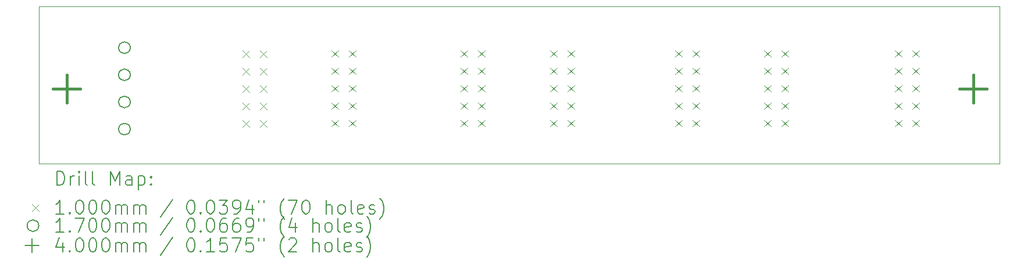
<source format=gbr>
%TF.GenerationSoftware,KiCad,Pcbnew,8.0.4*%
%TF.CreationDate,2024-08-26T11:17:34-06:00*%
%TF.ProjectId,modular-power-board,6d6f6475-6c61-4722-9d70-6f7765722d62,Mk One*%
%TF.SameCoordinates,Original*%
%TF.FileFunction,Drillmap*%
%TF.FilePolarity,Positive*%
%FSLAX45Y45*%
G04 Gerber Fmt 4.5, Leading zero omitted, Abs format (unit mm)*
G04 Created by KiCad (PCBNEW 8.0.4) date 2024-08-26 11:17:34*
%MOMM*%
%LPD*%
G01*
G04 APERTURE LIST*
%ADD10C,0.100000*%
%ADD11C,0.200000*%
%ADD12C,0.170000*%
%ADD13C,0.400000*%
G04 APERTURE END LIST*
D10*
X7098000Y-9052000D02*
X21080000Y-9052000D01*
X21080000Y-11340000D01*
X7098000Y-11340000D01*
X7098000Y-9052000D01*
D11*
D10*
X10056000Y-9694000D02*
X10156000Y-9794000D01*
X10156000Y-9694000D02*
X10056000Y-9794000D01*
X10056000Y-9948000D02*
X10156000Y-10048000D01*
X10156000Y-9948000D02*
X10056000Y-10048000D01*
X10056000Y-10202000D02*
X10156000Y-10302000D01*
X10156000Y-10202000D02*
X10056000Y-10302000D01*
X10056000Y-10456000D02*
X10156000Y-10556000D01*
X10156000Y-10456000D02*
X10056000Y-10556000D01*
X10056000Y-10710000D02*
X10156000Y-10810000D01*
X10156000Y-10710000D02*
X10056000Y-10810000D01*
X10310000Y-9694000D02*
X10410000Y-9794000D01*
X10410000Y-9694000D02*
X10310000Y-9794000D01*
X10310000Y-9948000D02*
X10410000Y-10048000D01*
X10410000Y-9948000D02*
X10310000Y-10048000D01*
X10310000Y-10202000D02*
X10410000Y-10302000D01*
X10410000Y-10202000D02*
X10310000Y-10302000D01*
X10310000Y-10456000D02*
X10410000Y-10556000D01*
X10410000Y-10456000D02*
X10310000Y-10556000D01*
X10310000Y-10710000D02*
X10410000Y-10810000D01*
X10410000Y-10710000D02*
X10310000Y-10810000D01*
X11356000Y-9690000D02*
X11456000Y-9790000D01*
X11456000Y-9690000D02*
X11356000Y-9790000D01*
X11356000Y-9944000D02*
X11456000Y-10044000D01*
X11456000Y-9944000D02*
X11356000Y-10044000D01*
X11356000Y-10198000D02*
X11456000Y-10298000D01*
X11456000Y-10198000D02*
X11356000Y-10298000D01*
X11356000Y-10452000D02*
X11456000Y-10552000D01*
X11456000Y-10452000D02*
X11356000Y-10552000D01*
X11356000Y-10706000D02*
X11456000Y-10806000D01*
X11456000Y-10706000D02*
X11356000Y-10806000D01*
X11610000Y-9690000D02*
X11710000Y-9790000D01*
X11710000Y-9690000D02*
X11610000Y-9790000D01*
X11610000Y-9944000D02*
X11710000Y-10044000D01*
X11710000Y-9944000D02*
X11610000Y-10044000D01*
X11610000Y-10198000D02*
X11710000Y-10298000D01*
X11710000Y-10198000D02*
X11610000Y-10298000D01*
X11610000Y-10452000D02*
X11710000Y-10552000D01*
X11710000Y-10452000D02*
X11610000Y-10552000D01*
X11610000Y-10706000D02*
X11710000Y-10806000D01*
X11710000Y-10706000D02*
X11610000Y-10806000D01*
X13236000Y-9690000D02*
X13336000Y-9790000D01*
X13336000Y-9690000D02*
X13236000Y-9790000D01*
X13236000Y-9944000D02*
X13336000Y-10044000D01*
X13336000Y-9944000D02*
X13236000Y-10044000D01*
X13236000Y-10198000D02*
X13336000Y-10298000D01*
X13336000Y-10198000D02*
X13236000Y-10298000D01*
X13236000Y-10452000D02*
X13336000Y-10552000D01*
X13336000Y-10452000D02*
X13236000Y-10552000D01*
X13236000Y-10706000D02*
X13336000Y-10806000D01*
X13336000Y-10706000D02*
X13236000Y-10806000D01*
X13490000Y-9690000D02*
X13590000Y-9790000D01*
X13590000Y-9690000D02*
X13490000Y-9790000D01*
X13490000Y-9944000D02*
X13590000Y-10044000D01*
X13590000Y-9944000D02*
X13490000Y-10044000D01*
X13490000Y-10198000D02*
X13590000Y-10298000D01*
X13590000Y-10198000D02*
X13490000Y-10298000D01*
X13490000Y-10452000D02*
X13590000Y-10552000D01*
X13590000Y-10452000D02*
X13490000Y-10552000D01*
X13490000Y-10706000D02*
X13590000Y-10806000D01*
X13590000Y-10706000D02*
X13490000Y-10806000D01*
X14536000Y-9690000D02*
X14636000Y-9790000D01*
X14636000Y-9690000D02*
X14536000Y-9790000D01*
X14536000Y-9944000D02*
X14636000Y-10044000D01*
X14636000Y-9944000D02*
X14536000Y-10044000D01*
X14536000Y-10198000D02*
X14636000Y-10298000D01*
X14636000Y-10198000D02*
X14536000Y-10298000D01*
X14536000Y-10452000D02*
X14636000Y-10552000D01*
X14636000Y-10452000D02*
X14536000Y-10552000D01*
X14536000Y-10706000D02*
X14636000Y-10806000D01*
X14636000Y-10706000D02*
X14536000Y-10806000D01*
X14790000Y-9690000D02*
X14890000Y-9790000D01*
X14890000Y-9690000D02*
X14790000Y-9790000D01*
X14790000Y-9944000D02*
X14890000Y-10044000D01*
X14890000Y-9944000D02*
X14790000Y-10044000D01*
X14790000Y-10198000D02*
X14890000Y-10298000D01*
X14890000Y-10198000D02*
X14790000Y-10298000D01*
X14790000Y-10452000D02*
X14890000Y-10552000D01*
X14890000Y-10452000D02*
X14790000Y-10552000D01*
X14790000Y-10706000D02*
X14890000Y-10806000D01*
X14890000Y-10706000D02*
X14790000Y-10806000D01*
X16356000Y-9690000D02*
X16456000Y-9790000D01*
X16456000Y-9690000D02*
X16356000Y-9790000D01*
X16356000Y-9944000D02*
X16456000Y-10044000D01*
X16456000Y-9944000D02*
X16356000Y-10044000D01*
X16356000Y-10198000D02*
X16456000Y-10298000D01*
X16456000Y-10198000D02*
X16356000Y-10298000D01*
X16356000Y-10452000D02*
X16456000Y-10552000D01*
X16456000Y-10452000D02*
X16356000Y-10552000D01*
X16356000Y-10706000D02*
X16456000Y-10806000D01*
X16456000Y-10706000D02*
X16356000Y-10806000D01*
X16610000Y-9690000D02*
X16710000Y-9790000D01*
X16710000Y-9690000D02*
X16610000Y-9790000D01*
X16610000Y-9944000D02*
X16710000Y-10044000D01*
X16710000Y-9944000D02*
X16610000Y-10044000D01*
X16610000Y-10198000D02*
X16710000Y-10298000D01*
X16710000Y-10198000D02*
X16610000Y-10298000D01*
X16610000Y-10452000D02*
X16710000Y-10552000D01*
X16710000Y-10452000D02*
X16610000Y-10552000D01*
X16610000Y-10706000D02*
X16710000Y-10806000D01*
X16710000Y-10706000D02*
X16610000Y-10806000D01*
X17656000Y-9690000D02*
X17756000Y-9790000D01*
X17756000Y-9690000D02*
X17656000Y-9790000D01*
X17656000Y-9944000D02*
X17756000Y-10044000D01*
X17756000Y-9944000D02*
X17656000Y-10044000D01*
X17656000Y-10198000D02*
X17756000Y-10298000D01*
X17756000Y-10198000D02*
X17656000Y-10298000D01*
X17656000Y-10452000D02*
X17756000Y-10552000D01*
X17756000Y-10452000D02*
X17656000Y-10552000D01*
X17656000Y-10706000D02*
X17756000Y-10806000D01*
X17756000Y-10706000D02*
X17656000Y-10806000D01*
X17910000Y-9690000D02*
X18010000Y-9790000D01*
X18010000Y-9690000D02*
X17910000Y-9790000D01*
X17910000Y-9944000D02*
X18010000Y-10044000D01*
X18010000Y-9944000D02*
X17910000Y-10044000D01*
X17910000Y-10198000D02*
X18010000Y-10298000D01*
X18010000Y-10198000D02*
X17910000Y-10298000D01*
X17910000Y-10452000D02*
X18010000Y-10552000D01*
X18010000Y-10452000D02*
X17910000Y-10552000D01*
X17910000Y-10706000D02*
X18010000Y-10806000D01*
X18010000Y-10706000D02*
X17910000Y-10806000D01*
X19556000Y-9690000D02*
X19656000Y-9790000D01*
X19656000Y-9690000D02*
X19556000Y-9790000D01*
X19556000Y-9944000D02*
X19656000Y-10044000D01*
X19656000Y-9944000D02*
X19556000Y-10044000D01*
X19556000Y-10198000D02*
X19656000Y-10298000D01*
X19656000Y-10198000D02*
X19556000Y-10298000D01*
X19556000Y-10452000D02*
X19656000Y-10552000D01*
X19656000Y-10452000D02*
X19556000Y-10552000D01*
X19556000Y-10706000D02*
X19656000Y-10806000D01*
X19656000Y-10706000D02*
X19556000Y-10806000D01*
X19810000Y-9690000D02*
X19910000Y-9790000D01*
X19910000Y-9690000D02*
X19810000Y-9790000D01*
X19810000Y-9944000D02*
X19910000Y-10044000D01*
X19910000Y-9944000D02*
X19810000Y-10044000D01*
X19810000Y-10198000D02*
X19910000Y-10298000D01*
X19910000Y-10198000D02*
X19810000Y-10298000D01*
X19810000Y-10452000D02*
X19910000Y-10552000D01*
X19910000Y-10452000D02*
X19810000Y-10552000D01*
X19810000Y-10706000D02*
X19910000Y-10806000D01*
X19910000Y-10706000D02*
X19810000Y-10806000D01*
D12*
X8425000Y-9652000D02*
G75*
G02*
X8255000Y-9652000I-85000J0D01*
G01*
X8255000Y-9652000D02*
G75*
G02*
X8425000Y-9652000I85000J0D01*
G01*
X8425000Y-10048000D02*
G75*
G02*
X8255000Y-10048000I-85000J0D01*
G01*
X8255000Y-10048000D02*
G75*
G02*
X8425000Y-10048000I85000J0D01*
G01*
X8425000Y-10444000D02*
G75*
G02*
X8255000Y-10444000I-85000J0D01*
G01*
X8255000Y-10444000D02*
G75*
G02*
X8425000Y-10444000I85000J0D01*
G01*
X8425000Y-10840000D02*
G75*
G02*
X8255000Y-10840000I-85000J0D01*
G01*
X8255000Y-10840000D02*
G75*
G02*
X8425000Y-10840000I85000J0D01*
G01*
D13*
X7498000Y-10052000D02*
X7498000Y-10452000D01*
X7298000Y-10252000D02*
X7698000Y-10252000D01*
X20698000Y-10052000D02*
X20698000Y-10452000D01*
X20498000Y-10252000D02*
X20898000Y-10252000D01*
D11*
X7353777Y-11656484D02*
X7353777Y-11456484D01*
X7353777Y-11456484D02*
X7401396Y-11456484D01*
X7401396Y-11456484D02*
X7429967Y-11466008D01*
X7429967Y-11466008D02*
X7449015Y-11485055D01*
X7449015Y-11485055D02*
X7458539Y-11504103D01*
X7458539Y-11504103D02*
X7468062Y-11542198D01*
X7468062Y-11542198D02*
X7468062Y-11570769D01*
X7468062Y-11570769D02*
X7458539Y-11608865D01*
X7458539Y-11608865D02*
X7449015Y-11627912D01*
X7449015Y-11627912D02*
X7429967Y-11646960D01*
X7429967Y-11646960D02*
X7401396Y-11656484D01*
X7401396Y-11656484D02*
X7353777Y-11656484D01*
X7553777Y-11656484D02*
X7553777Y-11523150D01*
X7553777Y-11561246D02*
X7563301Y-11542198D01*
X7563301Y-11542198D02*
X7572824Y-11532674D01*
X7572824Y-11532674D02*
X7591872Y-11523150D01*
X7591872Y-11523150D02*
X7610920Y-11523150D01*
X7677586Y-11656484D02*
X7677586Y-11523150D01*
X7677586Y-11456484D02*
X7668062Y-11466008D01*
X7668062Y-11466008D02*
X7677586Y-11475531D01*
X7677586Y-11475531D02*
X7687110Y-11466008D01*
X7687110Y-11466008D02*
X7677586Y-11456484D01*
X7677586Y-11456484D02*
X7677586Y-11475531D01*
X7801396Y-11656484D02*
X7782348Y-11646960D01*
X7782348Y-11646960D02*
X7772824Y-11627912D01*
X7772824Y-11627912D02*
X7772824Y-11456484D01*
X7906158Y-11656484D02*
X7887110Y-11646960D01*
X7887110Y-11646960D02*
X7877586Y-11627912D01*
X7877586Y-11627912D02*
X7877586Y-11456484D01*
X8134729Y-11656484D02*
X8134729Y-11456484D01*
X8134729Y-11456484D02*
X8201396Y-11599341D01*
X8201396Y-11599341D02*
X8268062Y-11456484D01*
X8268062Y-11456484D02*
X8268062Y-11656484D01*
X8449015Y-11656484D02*
X8449015Y-11551722D01*
X8449015Y-11551722D02*
X8439491Y-11532674D01*
X8439491Y-11532674D02*
X8420444Y-11523150D01*
X8420444Y-11523150D02*
X8382348Y-11523150D01*
X8382348Y-11523150D02*
X8363301Y-11532674D01*
X8449015Y-11646960D02*
X8429967Y-11656484D01*
X8429967Y-11656484D02*
X8382348Y-11656484D01*
X8382348Y-11656484D02*
X8363301Y-11646960D01*
X8363301Y-11646960D02*
X8353777Y-11627912D01*
X8353777Y-11627912D02*
X8353777Y-11608865D01*
X8353777Y-11608865D02*
X8363301Y-11589817D01*
X8363301Y-11589817D02*
X8382348Y-11580293D01*
X8382348Y-11580293D02*
X8429967Y-11580293D01*
X8429967Y-11580293D02*
X8449015Y-11570769D01*
X8544253Y-11523150D02*
X8544253Y-11723150D01*
X8544253Y-11532674D02*
X8563301Y-11523150D01*
X8563301Y-11523150D02*
X8601396Y-11523150D01*
X8601396Y-11523150D02*
X8620444Y-11532674D01*
X8620444Y-11532674D02*
X8629967Y-11542198D01*
X8629967Y-11542198D02*
X8639491Y-11561246D01*
X8639491Y-11561246D02*
X8639491Y-11618388D01*
X8639491Y-11618388D02*
X8629967Y-11637436D01*
X8629967Y-11637436D02*
X8620444Y-11646960D01*
X8620444Y-11646960D02*
X8601396Y-11656484D01*
X8601396Y-11656484D02*
X8563301Y-11656484D01*
X8563301Y-11656484D02*
X8544253Y-11646960D01*
X8725205Y-11637436D02*
X8734729Y-11646960D01*
X8734729Y-11646960D02*
X8725205Y-11656484D01*
X8725205Y-11656484D02*
X8715682Y-11646960D01*
X8715682Y-11646960D02*
X8725205Y-11637436D01*
X8725205Y-11637436D02*
X8725205Y-11656484D01*
X8725205Y-11532674D02*
X8734729Y-11542198D01*
X8734729Y-11542198D02*
X8725205Y-11551722D01*
X8725205Y-11551722D02*
X8715682Y-11542198D01*
X8715682Y-11542198D02*
X8725205Y-11532674D01*
X8725205Y-11532674D02*
X8725205Y-11551722D01*
D10*
X6993000Y-11935000D02*
X7093000Y-12035000D01*
X7093000Y-11935000D02*
X6993000Y-12035000D01*
D11*
X7458539Y-12076484D02*
X7344253Y-12076484D01*
X7401396Y-12076484D02*
X7401396Y-11876484D01*
X7401396Y-11876484D02*
X7382348Y-11905055D01*
X7382348Y-11905055D02*
X7363301Y-11924103D01*
X7363301Y-11924103D02*
X7344253Y-11933627D01*
X7544253Y-12057436D02*
X7553777Y-12066960D01*
X7553777Y-12066960D02*
X7544253Y-12076484D01*
X7544253Y-12076484D02*
X7534729Y-12066960D01*
X7534729Y-12066960D02*
X7544253Y-12057436D01*
X7544253Y-12057436D02*
X7544253Y-12076484D01*
X7677586Y-11876484D02*
X7696634Y-11876484D01*
X7696634Y-11876484D02*
X7715682Y-11886008D01*
X7715682Y-11886008D02*
X7725205Y-11895531D01*
X7725205Y-11895531D02*
X7734729Y-11914579D01*
X7734729Y-11914579D02*
X7744253Y-11952674D01*
X7744253Y-11952674D02*
X7744253Y-12000293D01*
X7744253Y-12000293D02*
X7734729Y-12038388D01*
X7734729Y-12038388D02*
X7725205Y-12057436D01*
X7725205Y-12057436D02*
X7715682Y-12066960D01*
X7715682Y-12066960D02*
X7696634Y-12076484D01*
X7696634Y-12076484D02*
X7677586Y-12076484D01*
X7677586Y-12076484D02*
X7658539Y-12066960D01*
X7658539Y-12066960D02*
X7649015Y-12057436D01*
X7649015Y-12057436D02*
X7639491Y-12038388D01*
X7639491Y-12038388D02*
X7629967Y-12000293D01*
X7629967Y-12000293D02*
X7629967Y-11952674D01*
X7629967Y-11952674D02*
X7639491Y-11914579D01*
X7639491Y-11914579D02*
X7649015Y-11895531D01*
X7649015Y-11895531D02*
X7658539Y-11886008D01*
X7658539Y-11886008D02*
X7677586Y-11876484D01*
X7868062Y-11876484D02*
X7887110Y-11876484D01*
X7887110Y-11876484D02*
X7906158Y-11886008D01*
X7906158Y-11886008D02*
X7915682Y-11895531D01*
X7915682Y-11895531D02*
X7925205Y-11914579D01*
X7925205Y-11914579D02*
X7934729Y-11952674D01*
X7934729Y-11952674D02*
X7934729Y-12000293D01*
X7934729Y-12000293D02*
X7925205Y-12038388D01*
X7925205Y-12038388D02*
X7915682Y-12057436D01*
X7915682Y-12057436D02*
X7906158Y-12066960D01*
X7906158Y-12066960D02*
X7887110Y-12076484D01*
X7887110Y-12076484D02*
X7868062Y-12076484D01*
X7868062Y-12076484D02*
X7849015Y-12066960D01*
X7849015Y-12066960D02*
X7839491Y-12057436D01*
X7839491Y-12057436D02*
X7829967Y-12038388D01*
X7829967Y-12038388D02*
X7820443Y-12000293D01*
X7820443Y-12000293D02*
X7820443Y-11952674D01*
X7820443Y-11952674D02*
X7829967Y-11914579D01*
X7829967Y-11914579D02*
X7839491Y-11895531D01*
X7839491Y-11895531D02*
X7849015Y-11886008D01*
X7849015Y-11886008D02*
X7868062Y-11876484D01*
X8058539Y-11876484D02*
X8077586Y-11876484D01*
X8077586Y-11876484D02*
X8096634Y-11886008D01*
X8096634Y-11886008D02*
X8106158Y-11895531D01*
X8106158Y-11895531D02*
X8115682Y-11914579D01*
X8115682Y-11914579D02*
X8125205Y-11952674D01*
X8125205Y-11952674D02*
X8125205Y-12000293D01*
X8125205Y-12000293D02*
X8115682Y-12038388D01*
X8115682Y-12038388D02*
X8106158Y-12057436D01*
X8106158Y-12057436D02*
X8096634Y-12066960D01*
X8096634Y-12066960D02*
X8077586Y-12076484D01*
X8077586Y-12076484D02*
X8058539Y-12076484D01*
X8058539Y-12076484D02*
X8039491Y-12066960D01*
X8039491Y-12066960D02*
X8029967Y-12057436D01*
X8029967Y-12057436D02*
X8020443Y-12038388D01*
X8020443Y-12038388D02*
X8010920Y-12000293D01*
X8010920Y-12000293D02*
X8010920Y-11952674D01*
X8010920Y-11952674D02*
X8020443Y-11914579D01*
X8020443Y-11914579D02*
X8029967Y-11895531D01*
X8029967Y-11895531D02*
X8039491Y-11886008D01*
X8039491Y-11886008D02*
X8058539Y-11876484D01*
X8210920Y-12076484D02*
X8210920Y-11943150D01*
X8210920Y-11962198D02*
X8220443Y-11952674D01*
X8220443Y-11952674D02*
X8239491Y-11943150D01*
X8239491Y-11943150D02*
X8268063Y-11943150D01*
X8268063Y-11943150D02*
X8287110Y-11952674D01*
X8287110Y-11952674D02*
X8296634Y-11971722D01*
X8296634Y-11971722D02*
X8296634Y-12076484D01*
X8296634Y-11971722D02*
X8306158Y-11952674D01*
X8306158Y-11952674D02*
X8325205Y-11943150D01*
X8325205Y-11943150D02*
X8353777Y-11943150D01*
X8353777Y-11943150D02*
X8372824Y-11952674D01*
X8372824Y-11952674D02*
X8382348Y-11971722D01*
X8382348Y-11971722D02*
X8382348Y-12076484D01*
X8477586Y-12076484D02*
X8477586Y-11943150D01*
X8477586Y-11962198D02*
X8487110Y-11952674D01*
X8487110Y-11952674D02*
X8506158Y-11943150D01*
X8506158Y-11943150D02*
X8534729Y-11943150D01*
X8534729Y-11943150D02*
X8553777Y-11952674D01*
X8553777Y-11952674D02*
X8563301Y-11971722D01*
X8563301Y-11971722D02*
X8563301Y-12076484D01*
X8563301Y-11971722D02*
X8572825Y-11952674D01*
X8572825Y-11952674D02*
X8591872Y-11943150D01*
X8591872Y-11943150D02*
X8620444Y-11943150D01*
X8620444Y-11943150D02*
X8639491Y-11952674D01*
X8639491Y-11952674D02*
X8649015Y-11971722D01*
X8649015Y-11971722D02*
X8649015Y-12076484D01*
X9039491Y-11866960D02*
X8868063Y-12124103D01*
X9296634Y-11876484D02*
X9315682Y-11876484D01*
X9315682Y-11876484D02*
X9334729Y-11886008D01*
X9334729Y-11886008D02*
X9344253Y-11895531D01*
X9344253Y-11895531D02*
X9353777Y-11914579D01*
X9353777Y-11914579D02*
X9363301Y-11952674D01*
X9363301Y-11952674D02*
X9363301Y-12000293D01*
X9363301Y-12000293D02*
X9353777Y-12038388D01*
X9353777Y-12038388D02*
X9344253Y-12057436D01*
X9344253Y-12057436D02*
X9334729Y-12066960D01*
X9334729Y-12066960D02*
X9315682Y-12076484D01*
X9315682Y-12076484D02*
X9296634Y-12076484D01*
X9296634Y-12076484D02*
X9277587Y-12066960D01*
X9277587Y-12066960D02*
X9268063Y-12057436D01*
X9268063Y-12057436D02*
X9258539Y-12038388D01*
X9258539Y-12038388D02*
X9249015Y-12000293D01*
X9249015Y-12000293D02*
X9249015Y-11952674D01*
X9249015Y-11952674D02*
X9258539Y-11914579D01*
X9258539Y-11914579D02*
X9268063Y-11895531D01*
X9268063Y-11895531D02*
X9277587Y-11886008D01*
X9277587Y-11886008D02*
X9296634Y-11876484D01*
X9449015Y-12057436D02*
X9458539Y-12066960D01*
X9458539Y-12066960D02*
X9449015Y-12076484D01*
X9449015Y-12076484D02*
X9439491Y-12066960D01*
X9439491Y-12066960D02*
X9449015Y-12057436D01*
X9449015Y-12057436D02*
X9449015Y-12076484D01*
X9582348Y-11876484D02*
X9601396Y-11876484D01*
X9601396Y-11876484D02*
X9620444Y-11886008D01*
X9620444Y-11886008D02*
X9629968Y-11895531D01*
X9629968Y-11895531D02*
X9639491Y-11914579D01*
X9639491Y-11914579D02*
X9649015Y-11952674D01*
X9649015Y-11952674D02*
X9649015Y-12000293D01*
X9649015Y-12000293D02*
X9639491Y-12038388D01*
X9639491Y-12038388D02*
X9629968Y-12057436D01*
X9629968Y-12057436D02*
X9620444Y-12066960D01*
X9620444Y-12066960D02*
X9601396Y-12076484D01*
X9601396Y-12076484D02*
X9582348Y-12076484D01*
X9582348Y-12076484D02*
X9563301Y-12066960D01*
X9563301Y-12066960D02*
X9553777Y-12057436D01*
X9553777Y-12057436D02*
X9544253Y-12038388D01*
X9544253Y-12038388D02*
X9534729Y-12000293D01*
X9534729Y-12000293D02*
X9534729Y-11952674D01*
X9534729Y-11952674D02*
X9544253Y-11914579D01*
X9544253Y-11914579D02*
X9553777Y-11895531D01*
X9553777Y-11895531D02*
X9563301Y-11886008D01*
X9563301Y-11886008D02*
X9582348Y-11876484D01*
X9715682Y-11876484D02*
X9839491Y-11876484D01*
X9839491Y-11876484D02*
X9772825Y-11952674D01*
X9772825Y-11952674D02*
X9801396Y-11952674D01*
X9801396Y-11952674D02*
X9820444Y-11962198D01*
X9820444Y-11962198D02*
X9829968Y-11971722D01*
X9829968Y-11971722D02*
X9839491Y-11990769D01*
X9839491Y-11990769D02*
X9839491Y-12038388D01*
X9839491Y-12038388D02*
X9829968Y-12057436D01*
X9829968Y-12057436D02*
X9820444Y-12066960D01*
X9820444Y-12066960D02*
X9801396Y-12076484D01*
X9801396Y-12076484D02*
X9744253Y-12076484D01*
X9744253Y-12076484D02*
X9725206Y-12066960D01*
X9725206Y-12066960D02*
X9715682Y-12057436D01*
X9934729Y-12076484D02*
X9972825Y-12076484D01*
X9972825Y-12076484D02*
X9991872Y-12066960D01*
X9991872Y-12066960D02*
X10001396Y-12057436D01*
X10001396Y-12057436D02*
X10020444Y-12028865D01*
X10020444Y-12028865D02*
X10029968Y-11990769D01*
X10029968Y-11990769D02*
X10029968Y-11914579D01*
X10029968Y-11914579D02*
X10020444Y-11895531D01*
X10020444Y-11895531D02*
X10010920Y-11886008D01*
X10010920Y-11886008D02*
X9991872Y-11876484D01*
X9991872Y-11876484D02*
X9953777Y-11876484D01*
X9953777Y-11876484D02*
X9934729Y-11886008D01*
X9934729Y-11886008D02*
X9925206Y-11895531D01*
X9925206Y-11895531D02*
X9915682Y-11914579D01*
X9915682Y-11914579D02*
X9915682Y-11962198D01*
X9915682Y-11962198D02*
X9925206Y-11981246D01*
X9925206Y-11981246D02*
X9934729Y-11990769D01*
X9934729Y-11990769D02*
X9953777Y-12000293D01*
X9953777Y-12000293D02*
X9991872Y-12000293D01*
X9991872Y-12000293D02*
X10010920Y-11990769D01*
X10010920Y-11990769D02*
X10020444Y-11981246D01*
X10020444Y-11981246D02*
X10029968Y-11962198D01*
X10201396Y-11943150D02*
X10201396Y-12076484D01*
X10153777Y-11866960D02*
X10106158Y-12009817D01*
X10106158Y-12009817D02*
X10229968Y-12009817D01*
X10296634Y-11876484D02*
X10296634Y-11914579D01*
X10372825Y-11876484D02*
X10372825Y-11914579D01*
X10668063Y-12152674D02*
X10658539Y-12143150D01*
X10658539Y-12143150D02*
X10639491Y-12114579D01*
X10639491Y-12114579D02*
X10629968Y-12095531D01*
X10629968Y-12095531D02*
X10620444Y-12066960D01*
X10620444Y-12066960D02*
X10610920Y-12019341D01*
X10610920Y-12019341D02*
X10610920Y-11981246D01*
X10610920Y-11981246D02*
X10620444Y-11933627D01*
X10620444Y-11933627D02*
X10629968Y-11905055D01*
X10629968Y-11905055D02*
X10639491Y-11886008D01*
X10639491Y-11886008D02*
X10658539Y-11857436D01*
X10658539Y-11857436D02*
X10668063Y-11847912D01*
X10725206Y-11876484D02*
X10858539Y-11876484D01*
X10858539Y-11876484D02*
X10772825Y-12076484D01*
X10972825Y-11876484D02*
X10991872Y-11876484D01*
X10991872Y-11876484D02*
X11010920Y-11886008D01*
X11010920Y-11886008D02*
X11020444Y-11895531D01*
X11020444Y-11895531D02*
X11029968Y-11914579D01*
X11029968Y-11914579D02*
X11039491Y-11952674D01*
X11039491Y-11952674D02*
X11039491Y-12000293D01*
X11039491Y-12000293D02*
X11029968Y-12038388D01*
X11029968Y-12038388D02*
X11020444Y-12057436D01*
X11020444Y-12057436D02*
X11010920Y-12066960D01*
X11010920Y-12066960D02*
X10991872Y-12076484D01*
X10991872Y-12076484D02*
X10972825Y-12076484D01*
X10972825Y-12076484D02*
X10953777Y-12066960D01*
X10953777Y-12066960D02*
X10944253Y-12057436D01*
X10944253Y-12057436D02*
X10934730Y-12038388D01*
X10934730Y-12038388D02*
X10925206Y-12000293D01*
X10925206Y-12000293D02*
X10925206Y-11952674D01*
X10925206Y-11952674D02*
X10934730Y-11914579D01*
X10934730Y-11914579D02*
X10944253Y-11895531D01*
X10944253Y-11895531D02*
X10953777Y-11886008D01*
X10953777Y-11886008D02*
X10972825Y-11876484D01*
X11277587Y-12076484D02*
X11277587Y-11876484D01*
X11363301Y-12076484D02*
X11363301Y-11971722D01*
X11363301Y-11971722D02*
X11353777Y-11952674D01*
X11353777Y-11952674D02*
X11334730Y-11943150D01*
X11334730Y-11943150D02*
X11306158Y-11943150D01*
X11306158Y-11943150D02*
X11287110Y-11952674D01*
X11287110Y-11952674D02*
X11277587Y-11962198D01*
X11487110Y-12076484D02*
X11468063Y-12066960D01*
X11468063Y-12066960D02*
X11458539Y-12057436D01*
X11458539Y-12057436D02*
X11449015Y-12038388D01*
X11449015Y-12038388D02*
X11449015Y-11981246D01*
X11449015Y-11981246D02*
X11458539Y-11962198D01*
X11458539Y-11962198D02*
X11468063Y-11952674D01*
X11468063Y-11952674D02*
X11487110Y-11943150D01*
X11487110Y-11943150D02*
X11515682Y-11943150D01*
X11515682Y-11943150D02*
X11534730Y-11952674D01*
X11534730Y-11952674D02*
X11544253Y-11962198D01*
X11544253Y-11962198D02*
X11553777Y-11981246D01*
X11553777Y-11981246D02*
X11553777Y-12038388D01*
X11553777Y-12038388D02*
X11544253Y-12057436D01*
X11544253Y-12057436D02*
X11534730Y-12066960D01*
X11534730Y-12066960D02*
X11515682Y-12076484D01*
X11515682Y-12076484D02*
X11487110Y-12076484D01*
X11668063Y-12076484D02*
X11649015Y-12066960D01*
X11649015Y-12066960D02*
X11639491Y-12047912D01*
X11639491Y-12047912D02*
X11639491Y-11876484D01*
X11820444Y-12066960D02*
X11801396Y-12076484D01*
X11801396Y-12076484D02*
X11763301Y-12076484D01*
X11763301Y-12076484D02*
X11744253Y-12066960D01*
X11744253Y-12066960D02*
X11734730Y-12047912D01*
X11734730Y-12047912D02*
X11734730Y-11971722D01*
X11734730Y-11971722D02*
X11744253Y-11952674D01*
X11744253Y-11952674D02*
X11763301Y-11943150D01*
X11763301Y-11943150D02*
X11801396Y-11943150D01*
X11801396Y-11943150D02*
X11820444Y-11952674D01*
X11820444Y-11952674D02*
X11829968Y-11971722D01*
X11829968Y-11971722D02*
X11829968Y-11990769D01*
X11829968Y-11990769D02*
X11734730Y-12009817D01*
X11906158Y-12066960D02*
X11925206Y-12076484D01*
X11925206Y-12076484D02*
X11963301Y-12076484D01*
X11963301Y-12076484D02*
X11982349Y-12066960D01*
X11982349Y-12066960D02*
X11991872Y-12047912D01*
X11991872Y-12047912D02*
X11991872Y-12038388D01*
X11991872Y-12038388D02*
X11982349Y-12019341D01*
X11982349Y-12019341D02*
X11963301Y-12009817D01*
X11963301Y-12009817D02*
X11934730Y-12009817D01*
X11934730Y-12009817D02*
X11915682Y-12000293D01*
X11915682Y-12000293D02*
X11906158Y-11981246D01*
X11906158Y-11981246D02*
X11906158Y-11971722D01*
X11906158Y-11971722D02*
X11915682Y-11952674D01*
X11915682Y-11952674D02*
X11934730Y-11943150D01*
X11934730Y-11943150D02*
X11963301Y-11943150D01*
X11963301Y-11943150D02*
X11982349Y-11952674D01*
X12058539Y-12152674D02*
X12068063Y-12143150D01*
X12068063Y-12143150D02*
X12087111Y-12114579D01*
X12087111Y-12114579D02*
X12096634Y-12095531D01*
X12096634Y-12095531D02*
X12106158Y-12066960D01*
X12106158Y-12066960D02*
X12115682Y-12019341D01*
X12115682Y-12019341D02*
X12115682Y-11981246D01*
X12115682Y-11981246D02*
X12106158Y-11933627D01*
X12106158Y-11933627D02*
X12096634Y-11905055D01*
X12096634Y-11905055D02*
X12087111Y-11886008D01*
X12087111Y-11886008D02*
X12068063Y-11857436D01*
X12068063Y-11857436D02*
X12058539Y-11847912D01*
D12*
X7093000Y-12249000D02*
G75*
G02*
X6923000Y-12249000I-85000J0D01*
G01*
X6923000Y-12249000D02*
G75*
G02*
X7093000Y-12249000I85000J0D01*
G01*
D11*
X7458539Y-12340484D02*
X7344253Y-12340484D01*
X7401396Y-12340484D02*
X7401396Y-12140484D01*
X7401396Y-12140484D02*
X7382348Y-12169055D01*
X7382348Y-12169055D02*
X7363301Y-12188103D01*
X7363301Y-12188103D02*
X7344253Y-12197627D01*
X7544253Y-12321436D02*
X7553777Y-12330960D01*
X7553777Y-12330960D02*
X7544253Y-12340484D01*
X7544253Y-12340484D02*
X7534729Y-12330960D01*
X7534729Y-12330960D02*
X7544253Y-12321436D01*
X7544253Y-12321436D02*
X7544253Y-12340484D01*
X7620443Y-12140484D02*
X7753777Y-12140484D01*
X7753777Y-12140484D02*
X7668062Y-12340484D01*
X7868062Y-12140484D02*
X7887110Y-12140484D01*
X7887110Y-12140484D02*
X7906158Y-12150008D01*
X7906158Y-12150008D02*
X7915682Y-12159531D01*
X7915682Y-12159531D02*
X7925205Y-12178579D01*
X7925205Y-12178579D02*
X7934729Y-12216674D01*
X7934729Y-12216674D02*
X7934729Y-12264293D01*
X7934729Y-12264293D02*
X7925205Y-12302388D01*
X7925205Y-12302388D02*
X7915682Y-12321436D01*
X7915682Y-12321436D02*
X7906158Y-12330960D01*
X7906158Y-12330960D02*
X7887110Y-12340484D01*
X7887110Y-12340484D02*
X7868062Y-12340484D01*
X7868062Y-12340484D02*
X7849015Y-12330960D01*
X7849015Y-12330960D02*
X7839491Y-12321436D01*
X7839491Y-12321436D02*
X7829967Y-12302388D01*
X7829967Y-12302388D02*
X7820443Y-12264293D01*
X7820443Y-12264293D02*
X7820443Y-12216674D01*
X7820443Y-12216674D02*
X7829967Y-12178579D01*
X7829967Y-12178579D02*
X7839491Y-12159531D01*
X7839491Y-12159531D02*
X7849015Y-12150008D01*
X7849015Y-12150008D02*
X7868062Y-12140484D01*
X8058539Y-12140484D02*
X8077586Y-12140484D01*
X8077586Y-12140484D02*
X8096634Y-12150008D01*
X8096634Y-12150008D02*
X8106158Y-12159531D01*
X8106158Y-12159531D02*
X8115682Y-12178579D01*
X8115682Y-12178579D02*
X8125205Y-12216674D01*
X8125205Y-12216674D02*
X8125205Y-12264293D01*
X8125205Y-12264293D02*
X8115682Y-12302388D01*
X8115682Y-12302388D02*
X8106158Y-12321436D01*
X8106158Y-12321436D02*
X8096634Y-12330960D01*
X8096634Y-12330960D02*
X8077586Y-12340484D01*
X8077586Y-12340484D02*
X8058539Y-12340484D01*
X8058539Y-12340484D02*
X8039491Y-12330960D01*
X8039491Y-12330960D02*
X8029967Y-12321436D01*
X8029967Y-12321436D02*
X8020443Y-12302388D01*
X8020443Y-12302388D02*
X8010920Y-12264293D01*
X8010920Y-12264293D02*
X8010920Y-12216674D01*
X8010920Y-12216674D02*
X8020443Y-12178579D01*
X8020443Y-12178579D02*
X8029967Y-12159531D01*
X8029967Y-12159531D02*
X8039491Y-12150008D01*
X8039491Y-12150008D02*
X8058539Y-12140484D01*
X8210920Y-12340484D02*
X8210920Y-12207150D01*
X8210920Y-12226198D02*
X8220443Y-12216674D01*
X8220443Y-12216674D02*
X8239491Y-12207150D01*
X8239491Y-12207150D02*
X8268063Y-12207150D01*
X8268063Y-12207150D02*
X8287110Y-12216674D01*
X8287110Y-12216674D02*
X8296634Y-12235722D01*
X8296634Y-12235722D02*
X8296634Y-12340484D01*
X8296634Y-12235722D02*
X8306158Y-12216674D01*
X8306158Y-12216674D02*
X8325205Y-12207150D01*
X8325205Y-12207150D02*
X8353777Y-12207150D01*
X8353777Y-12207150D02*
X8372824Y-12216674D01*
X8372824Y-12216674D02*
X8382348Y-12235722D01*
X8382348Y-12235722D02*
X8382348Y-12340484D01*
X8477586Y-12340484D02*
X8477586Y-12207150D01*
X8477586Y-12226198D02*
X8487110Y-12216674D01*
X8487110Y-12216674D02*
X8506158Y-12207150D01*
X8506158Y-12207150D02*
X8534729Y-12207150D01*
X8534729Y-12207150D02*
X8553777Y-12216674D01*
X8553777Y-12216674D02*
X8563301Y-12235722D01*
X8563301Y-12235722D02*
X8563301Y-12340484D01*
X8563301Y-12235722D02*
X8572825Y-12216674D01*
X8572825Y-12216674D02*
X8591872Y-12207150D01*
X8591872Y-12207150D02*
X8620444Y-12207150D01*
X8620444Y-12207150D02*
X8639491Y-12216674D01*
X8639491Y-12216674D02*
X8649015Y-12235722D01*
X8649015Y-12235722D02*
X8649015Y-12340484D01*
X9039491Y-12130960D02*
X8868063Y-12388103D01*
X9296634Y-12140484D02*
X9315682Y-12140484D01*
X9315682Y-12140484D02*
X9334729Y-12150008D01*
X9334729Y-12150008D02*
X9344253Y-12159531D01*
X9344253Y-12159531D02*
X9353777Y-12178579D01*
X9353777Y-12178579D02*
X9363301Y-12216674D01*
X9363301Y-12216674D02*
X9363301Y-12264293D01*
X9363301Y-12264293D02*
X9353777Y-12302388D01*
X9353777Y-12302388D02*
X9344253Y-12321436D01*
X9344253Y-12321436D02*
X9334729Y-12330960D01*
X9334729Y-12330960D02*
X9315682Y-12340484D01*
X9315682Y-12340484D02*
X9296634Y-12340484D01*
X9296634Y-12340484D02*
X9277587Y-12330960D01*
X9277587Y-12330960D02*
X9268063Y-12321436D01*
X9268063Y-12321436D02*
X9258539Y-12302388D01*
X9258539Y-12302388D02*
X9249015Y-12264293D01*
X9249015Y-12264293D02*
X9249015Y-12216674D01*
X9249015Y-12216674D02*
X9258539Y-12178579D01*
X9258539Y-12178579D02*
X9268063Y-12159531D01*
X9268063Y-12159531D02*
X9277587Y-12150008D01*
X9277587Y-12150008D02*
X9296634Y-12140484D01*
X9449015Y-12321436D02*
X9458539Y-12330960D01*
X9458539Y-12330960D02*
X9449015Y-12340484D01*
X9449015Y-12340484D02*
X9439491Y-12330960D01*
X9439491Y-12330960D02*
X9449015Y-12321436D01*
X9449015Y-12321436D02*
X9449015Y-12340484D01*
X9582348Y-12140484D02*
X9601396Y-12140484D01*
X9601396Y-12140484D02*
X9620444Y-12150008D01*
X9620444Y-12150008D02*
X9629968Y-12159531D01*
X9629968Y-12159531D02*
X9639491Y-12178579D01*
X9639491Y-12178579D02*
X9649015Y-12216674D01*
X9649015Y-12216674D02*
X9649015Y-12264293D01*
X9649015Y-12264293D02*
X9639491Y-12302388D01*
X9639491Y-12302388D02*
X9629968Y-12321436D01*
X9629968Y-12321436D02*
X9620444Y-12330960D01*
X9620444Y-12330960D02*
X9601396Y-12340484D01*
X9601396Y-12340484D02*
X9582348Y-12340484D01*
X9582348Y-12340484D02*
X9563301Y-12330960D01*
X9563301Y-12330960D02*
X9553777Y-12321436D01*
X9553777Y-12321436D02*
X9544253Y-12302388D01*
X9544253Y-12302388D02*
X9534729Y-12264293D01*
X9534729Y-12264293D02*
X9534729Y-12216674D01*
X9534729Y-12216674D02*
X9544253Y-12178579D01*
X9544253Y-12178579D02*
X9553777Y-12159531D01*
X9553777Y-12159531D02*
X9563301Y-12150008D01*
X9563301Y-12150008D02*
X9582348Y-12140484D01*
X9820444Y-12140484D02*
X9782348Y-12140484D01*
X9782348Y-12140484D02*
X9763301Y-12150008D01*
X9763301Y-12150008D02*
X9753777Y-12159531D01*
X9753777Y-12159531D02*
X9734729Y-12188103D01*
X9734729Y-12188103D02*
X9725206Y-12226198D01*
X9725206Y-12226198D02*
X9725206Y-12302388D01*
X9725206Y-12302388D02*
X9734729Y-12321436D01*
X9734729Y-12321436D02*
X9744253Y-12330960D01*
X9744253Y-12330960D02*
X9763301Y-12340484D01*
X9763301Y-12340484D02*
X9801396Y-12340484D01*
X9801396Y-12340484D02*
X9820444Y-12330960D01*
X9820444Y-12330960D02*
X9829968Y-12321436D01*
X9829968Y-12321436D02*
X9839491Y-12302388D01*
X9839491Y-12302388D02*
X9839491Y-12254769D01*
X9839491Y-12254769D02*
X9829968Y-12235722D01*
X9829968Y-12235722D02*
X9820444Y-12226198D01*
X9820444Y-12226198D02*
X9801396Y-12216674D01*
X9801396Y-12216674D02*
X9763301Y-12216674D01*
X9763301Y-12216674D02*
X9744253Y-12226198D01*
X9744253Y-12226198D02*
X9734729Y-12235722D01*
X9734729Y-12235722D02*
X9725206Y-12254769D01*
X10010920Y-12140484D02*
X9972825Y-12140484D01*
X9972825Y-12140484D02*
X9953777Y-12150008D01*
X9953777Y-12150008D02*
X9944253Y-12159531D01*
X9944253Y-12159531D02*
X9925206Y-12188103D01*
X9925206Y-12188103D02*
X9915682Y-12226198D01*
X9915682Y-12226198D02*
X9915682Y-12302388D01*
X9915682Y-12302388D02*
X9925206Y-12321436D01*
X9925206Y-12321436D02*
X9934729Y-12330960D01*
X9934729Y-12330960D02*
X9953777Y-12340484D01*
X9953777Y-12340484D02*
X9991872Y-12340484D01*
X9991872Y-12340484D02*
X10010920Y-12330960D01*
X10010920Y-12330960D02*
X10020444Y-12321436D01*
X10020444Y-12321436D02*
X10029968Y-12302388D01*
X10029968Y-12302388D02*
X10029968Y-12254769D01*
X10029968Y-12254769D02*
X10020444Y-12235722D01*
X10020444Y-12235722D02*
X10010920Y-12226198D01*
X10010920Y-12226198D02*
X9991872Y-12216674D01*
X9991872Y-12216674D02*
X9953777Y-12216674D01*
X9953777Y-12216674D02*
X9934729Y-12226198D01*
X9934729Y-12226198D02*
X9925206Y-12235722D01*
X9925206Y-12235722D02*
X9915682Y-12254769D01*
X10125206Y-12340484D02*
X10163301Y-12340484D01*
X10163301Y-12340484D02*
X10182349Y-12330960D01*
X10182349Y-12330960D02*
X10191872Y-12321436D01*
X10191872Y-12321436D02*
X10210920Y-12292865D01*
X10210920Y-12292865D02*
X10220444Y-12254769D01*
X10220444Y-12254769D02*
X10220444Y-12178579D01*
X10220444Y-12178579D02*
X10210920Y-12159531D01*
X10210920Y-12159531D02*
X10201396Y-12150008D01*
X10201396Y-12150008D02*
X10182349Y-12140484D01*
X10182349Y-12140484D02*
X10144253Y-12140484D01*
X10144253Y-12140484D02*
X10125206Y-12150008D01*
X10125206Y-12150008D02*
X10115682Y-12159531D01*
X10115682Y-12159531D02*
X10106158Y-12178579D01*
X10106158Y-12178579D02*
X10106158Y-12226198D01*
X10106158Y-12226198D02*
X10115682Y-12245246D01*
X10115682Y-12245246D02*
X10125206Y-12254769D01*
X10125206Y-12254769D02*
X10144253Y-12264293D01*
X10144253Y-12264293D02*
X10182349Y-12264293D01*
X10182349Y-12264293D02*
X10201396Y-12254769D01*
X10201396Y-12254769D02*
X10210920Y-12245246D01*
X10210920Y-12245246D02*
X10220444Y-12226198D01*
X10296634Y-12140484D02*
X10296634Y-12178579D01*
X10372825Y-12140484D02*
X10372825Y-12178579D01*
X10668063Y-12416674D02*
X10658539Y-12407150D01*
X10658539Y-12407150D02*
X10639491Y-12378579D01*
X10639491Y-12378579D02*
X10629968Y-12359531D01*
X10629968Y-12359531D02*
X10620444Y-12330960D01*
X10620444Y-12330960D02*
X10610920Y-12283341D01*
X10610920Y-12283341D02*
X10610920Y-12245246D01*
X10610920Y-12245246D02*
X10620444Y-12197627D01*
X10620444Y-12197627D02*
X10629968Y-12169055D01*
X10629968Y-12169055D02*
X10639491Y-12150008D01*
X10639491Y-12150008D02*
X10658539Y-12121436D01*
X10658539Y-12121436D02*
X10668063Y-12111912D01*
X10829968Y-12207150D02*
X10829968Y-12340484D01*
X10782349Y-12130960D02*
X10734730Y-12273817D01*
X10734730Y-12273817D02*
X10858539Y-12273817D01*
X11087111Y-12340484D02*
X11087111Y-12140484D01*
X11172825Y-12340484D02*
X11172825Y-12235722D01*
X11172825Y-12235722D02*
X11163301Y-12216674D01*
X11163301Y-12216674D02*
X11144253Y-12207150D01*
X11144253Y-12207150D02*
X11115682Y-12207150D01*
X11115682Y-12207150D02*
X11096634Y-12216674D01*
X11096634Y-12216674D02*
X11087111Y-12226198D01*
X11296634Y-12340484D02*
X11277587Y-12330960D01*
X11277587Y-12330960D02*
X11268063Y-12321436D01*
X11268063Y-12321436D02*
X11258539Y-12302388D01*
X11258539Y-12302388D02*
X11258539Y-12245246D01*
X11258539Y-12245246D02*
X11268063Y-12226198D01*
X11268063Y-12226198D02*
X11277587Y-12216674D01*
X11277587Y-12216674D02*
X11296634Y-12207150D01*
X11296634Y-12207150D02*
X11325206Y-12207150D01*
X11325206Y-12207150D02*
X11344253Y-12216674D01*
X11344253Y-12216674D02*
X11353777Y-12226198D01*
X11353777Y-12226198D02*
X11363301Y-12245246D01*
X11363301Y-12245246D02*
X11363301Y-12302388D01*
X11363301Y-12302388D02*
X11353777Y-12321436D01*
X11353777Y-12321436D02*
X11344253Y-12330960D01*
X11344253Y-12330960D02*
X11325206Y-12340484D01*
X11325206Y-12340484D02*
X11296634Y-12340484D01*
X11477587Y-12340484D02*
X11458539Y-12330960D01*
X11458539Y-12330960D02*
X11449015Y-12311912D01*
X11449015Y-12311912D02*
X11449015Y-12140484D01*
X11629968Y-12330960D02*
X11610920Y-12340484D01*
X11610920Y-12340484D02*
X11572825Y-12340484D01*
X11572825Y-12340484D02*
X11553777Y-12330960D01*
X11553777Y-12330960D02*
X11544253Y-12311912D01*
X11544253Y-12311912D02*
X11544253Y-12235722D01*
X11544253Y-12235722D02*
X11553777Y-12216674D01*
X11553777Y-12216674D02*
X11572825Y-12207150D01*
X11572825Y-12207150D02*
X11610920Y-12207150D01*
X11610920Y-12207150D02*
X11629968Y-12216674D01*
X11629968Y-12216674D02*
X11639491Y-12235722D01*
X11639491Y-12235722D02*
X11639491Y-12254769D01*
X11639491Y-12254769D02*
X11544253Y-12273817D01*
X11715682Y-12330960D02*
X11734730Y-12340484D01*
X11734730Y-12340484D02*
X11772825Y-12340484D01*
X11772825Y-12340484D02*
X11791872Y-12330960D01*
X11791872Y-12330960D02*
X11801396Y-12311912D01*
X11801396Y-12311912D02*
X11801396Y-12302388D01*
X11801396Y-12302388D02*
X11791872Y-12283341D01*
X11791872Y-12283341D02*
X11772825Y-12273817D01*
X11772825Y-12273817D02*
X11744253Y-12273817D01*
X11744253Y-12273817D02*
X11725206Y-12264293D01*
X11725206Y-12264293D02*
X11715682Y-12245246D01*
X11715682Y-12245246D02*
X11715682Y-12235722D01*
X11715682Y-12235722D02*
X11725206Y-12216674D01*
X11725206Y-12216674D02*
X11744253Y-12207150D01*
X11744253Y-12207150D02*
X11772825Y-12207150D01*
X11772825Y-12207150D02*
X11791872Y-12216674D01*
X11868063Y-12416674D02*
X11877587Y-12407150D01*
X11877587Y-12407150D02*
X11896634Y-12378579D01*
X11896634Y-12378579D02*
X11906158Y-12359531D01*
X11906158Y-12359531D02*
X11915682Y-12330960D01*
X11915682Y-12330960D02*
X11925206Y-12283341D01*
X11925206Y-12283341D02*
X11925206Y-12245246D01*
X11925206Y-12245246D02*
X11915682Y-12197627D01*
X11915682Y-12197627D02*
X11906158Y-12169055D01*
X11906158Y-12169055D02*
X11896634Y-12150008D01*
X11896634Y-12150008D02*
X11877587Y-12121436D01*
X11877587Y-12121436D02*
X11868063Y-12111912D01*
X6993000Y-12439000D02*
X6993000Y-12639000D01*
X6893000Y-12539000D02*
X7093000Y-12539000D01*
X7439491Y-12497150D02*
X7439491Y-12630484D01*
X7391872Y-12420960D02*
X7344253Y-12563817D01*
X7344253Y-12563817D02*
X7468062Y-12563817D01*
X7544253Y-12611436D02*
X7553777Y-12620960D01*
X7553777Y-12620960D02*
X7544253Y-12630484D01*
X7544253Y-12630484D02*
X7534729Y-12620960D01*
X7534729Y-12620960D02*
X7544253Y-12611436D01*
X7544253Y-12611436D02*
X7544253Y-12630484D01*
X7677586Y-12430484D02*
X7696634Y-12430484D01*
X7696634Y-12430484D02*
X7715682Y-12440008D01*
X7715682Y-12440008D02*
X7725205Y-12449531D01*
X7725205Y-12449531D02*
X7734729Y-12468579D01*
X7734729Y-12468579D02*
X7744253Y-12506674D01*
X7744253Y-12506674D02*
X7744253Y-12554293D01*
X7744253Y-12554293D02*
X7734729Y-12592388D01*
X7734729Y-12592388D02*
X7725205Y-12611436D01*
X7725205Y-12611436D02*
X7715682Y-12620960D01*
X7715682Y-12620960D02*
X7696634Y-12630484D01*
X7696634Y-12630484D02*
X7677586Y-12630484D01*
X7677586Y-12630484D02*
X7658539Y-12620960D01*
X7658539Y-12620960D02*
X7649015Y-12611436D01*
X7649015Y-12611436D02*
X7639491Y-12592388D01*
X7639491Y-12592388D02*
X7629967Y-12554293D01*
X7629967Y-12554293D02*
X7629967Y-12506674D01*
X7629967Y-12506674D02*
X7639491Y-12468579D01*
X7639491Y-12468579D02*
X7649015Y-12449531D01*
X7649015Y-12449531D02*
X7658539Y-12440008D01*
X7658539Y-12440008D02*
X7677586Y-12430484D01*
X7868062Y-12430484D02*
X7887110Y-12430484D01*
X7887110Y-12430484D02*
X7906158Y-12440008D01*
X7906158Y-12440008D02*
X7915682Y-12449531D01*
X7915682Y-12449531D02*
X7925205Y-12468579D01*
X7925205Y-12468579D02*
X7934729Y-12506674D01*
X7934729Y-12506674D02*
X7934729Y-12554293D01*
X7934729Y-12554293D02*
X7925205Y-12592388D01*
X7925205Y-12592388D02*
X7915682Y-12611436D01*
X7915682Y-12611436D02*
X7906158Y-12620960D01*
X7906158Y-12620960D02*
X7887110Y-12630484D01*
X7887110Y-12630484D02*
X7868062Y-12630484D01*
X7868062Y-12630484D02*
X7849015Y-12620960D01*
X7849015Y-12620960D02*
X7839491Y-12611436D01*
X7839491Y-12611436D02*
X7829967Y-12592388D01*
X7829967Y-12592388D02*
X7820443Y-12554293D01*
X7820443Y-12554293D02*
X7820443Y-12506674D01*
X7820443Y-12506674D02*
X7829967Y-12468579D01*
X7829967Y-12468579D02*
X7839491Y-12449531D01*
X7839491Y-12449531D02*
X7849015Y-12440008D01*
X7849015Y-12440008D02*
X7868062Y-12430484D01*
X8058539Y-12430484D02*
X8077586Y-12430484D01*
X8077586Y-12430484D02*
X8096634Y-12440008D01*
X8096634Y-12440008D02*
X8106158Y-12449531D01*
X8106158Y-12449531D02*
X8115682Y-12468579D01*
X8115682Y-12468579D02*
X8125205Y-12506674D01*
X8125205Y-12506674D02*
X8125205Y-12554293D01*
X8125205Y-12554293D02*
X8115682Y-12592388D01*
X8115682Y-12592388D02*
X8106158Y-12611436D01*
X8106158Y-12611436D02*
X8096634Y-12620960D01*
X8096634Y-12620960D02*
X8077586Y-12630484D01*
X8077586Y-12630484D02*
X8058539Y-12630484D01*
X8058539Y-12630484D02*
X8039491Y-12620960D01*
X8039491Y-12620960D02*
X8029967Y-12611436D01*
X8029967Y-12611436D02*
X8020443Y-12592388D01*
X8020443Y-12592388D02*
X8010920Y-12554293D01*
X8010920Y-12554293D02*
X8010920Y-12506674D01*
X8010920Y-12506674D02*
X8020443Y-12468579D01*
X8020443Y-12468579D02*
X8029967Y-12449531D01*
X8029967Y-12449531D02*
X8039491Y-12440008D01*
X8039491Y-12440008D02*
X8058539Y-12430484D01*
X8210920Y-12630484D02*
X8210920Y-12497150D01*
X8210920Y-12516198D02*
X8220443Y-12506674D01*
X8220443Y-12506674D02*
X8239491Y-12497150D01*
X8239491Y-12497150D02*
X8268063Y-12497150D01*
X8268063Y-12497150D02*
X8287110Y-12506674D01*
X8287110Y-12506674D02*
X8296634Y-12525722D01*
X8296634Y-12525722D02*
X8296634Y-12630484D01*
X8296634Y-12525722D02*
X8306158Y-12506674D01*
X8306158Y-12506674D02*
X8325205Y-12497150D01*
X8325205Y-12497150D02*
X8353777Y-12497150D01*
X8353777Y-12497150D02*
X8372824Y-12506674D01*
X8372824Y-12506674D02*
X8382348Y-12525722D01*
X8382348Y-12525722D02*
X8382348Y-12630484D01*
X8477586Y-12630484D02*
X8477586Y-12497150D01*
X8477586Y-12516198D02*
X8487110Y-12506674D01*
X8487110Y-12506674D02*
X8506158Y-12497150D01*
X8506158Y-12497150D02*
X8534729Y-12497150D01*
X8534729Y-12497150D02*
X8553777Y-12506674D01*
X8553777Y-12506674D02*
X8563301Y-12525722D01*
X8563301Y-12525722D02*
X8563301Y-12630484D01*
X8563301Y-12525722D02*
X8572825Y-12506674D01*
X8572825Y-12506674D02*
X8591872Y-12497150D01*
X8591872Y-12497150D02*
X8620444Y-12497150D01*
X8620444Y-12497150D02*
X8639491Y-12506674D01*
X8639491Y-12506674D02*
X8649015Y-12525722D01*
X8649015Y-12525722D02*
X8649015Y-12630484D01*
X9039491Y-12420960D02*
X8868063Y-12678103D01*
X9296634Y-12430484D02*
X9315682Y-12430484D01*
X9315682Y-12430484D02*
X9334729Y-12440008D01*
X9334729Y-12440008D02*
X9344253Y-12449531D01*
X9344253Y-12449531D02*
X9353777Y-12468579D01*
X9353777Y-12468579D02*
X9363301Y-12506674D01*
X9363301Y-12506674D02*
X9363301Y-12554293D01*
X9363301Y-12554293D02*
X9353777Y-12592388D01*
X9353777Y-12592388D02*
X9344253Y-12611436D01*
X9344253Y-12611436D02*
X9334729Y-12620960D01*
X9334729Y-12620960D02*
X9315682Y-12630484D01*
X9315682Y-12630484D02*
X9296634Y-12630484D01*
X9296634Y-12630484D02*
X9277587Y-12620960D01*
X9277587Y-12620960D02*
X9268063Y-12611436D01*
X9268063Y-12611436D02*
X9258539Y-12592388D01*
X9258539Y-12592388D02*
X9249015Y-12554293D01*
X9249015Y-12554293D02*
X9249015Y-12506674D01*
X9249015Y-12506674D02*
X9258539Y-12468579D01*
X9258539Y-12468579D02*
X9268063Y-12449531D01*
X9268063Y-12449531D02*
X9277587Y-12440008D01*
X9277587Y-12440008D02*
X9296634Y-12430484D01*
X9449015Y-12611436D02*
X9458539Y-12620960D01*
X9458539Y-12620960D02*
X9449015Y-12630484D01*
X9449015Y-12630484D02*
X9439491Y-12620960D01*
X9439491Y-12620960D02*
X9449015Y-12611436D01*
X9449015Y-12611436D02*
X9449015Y-12630484D01*
X9649015Y-12630484D02*
X9534729Y-12630484D01*
X9591872Y-12630484D02*
X9591872Y-12430484D01*
X9591872Y-12430484D02*
X9572825Y-12459055D01*
X9572825Y-12459055D02*
X9553777Y-12478103D01*
X9553777Y-12478103D02*
X9534729Y-12487627D01*
X9829968Y-12430484D02*
X9734729Y-12430484D01*
X9734729Y-12430484D02*
X9725206Y-12525722D01*
X9725206Y-12525722D02*
X9734729Y-12516198D01*
X9734729Y-12516198D02*
X9753777Y-12506674D01*
X9753777Y-12506674D02*
X9801396Y-12506674D01*
X9801396Y-12506674D02*
X9820444Y-12516198D01*
X9820444Y-12516198D02*
X9829968Y-12525722D01*
X9829968Y-12525722D02*
X9839491Y-12544769D01*
X9839491Y-12544769D02*
X9839491Y-12592388D01*
X9839491Y-12592388D02*
X9829968Y-12611436D01*
X9829968Y-12611436D02*
X9820444Y-12620960D01*
X9820444Y-12620960D02*
X9801396Y-12630484D01*
X9801396Y-12630484D02*
X9753777Y-12630484D01*
X9753777Y-12630484D02*
X9734729Y-12620960D01*
X9734729Y-12620960D02*
X9725206Y-12611436D01*
X9906158Y-12430484D02*
X10039491Y-12430484D01*
X10039491Y-12430484D02*
X9953777Y-12630484D01*
X10210920Y-12430484D02*
X10115682Y-12430484D01*
X10115682Y-12430484D02*
X10106158Y-12525722D01*
X10106158Y-12525722D02*
X10115682Y-12516198D01*
X10115682Y-12516198D02*
X10134729Y-12506674D01*
X10134729Y-12506674D02*
X10182349Y-12506674D01*
X10182349Y-12506674D02*
X10201396Y-12516198D01*
X10201396Y-12516198D02*
X10210920Y-12525722D01*
X10210920Y-12525722D02*
X10220444Y-12544769D01*
X10220444Y-12544769D02*
X10220444Y-12592388D01*
X10220444Y-12592388D02*
X10210920Y-12611436D01*
X10210920Y-12611436D02*
X10201396Y-12620960D01*
X10201396Y-12620960D02*
X10182349Y-12630484D01*
X10182349Y-12630484D02*
X10134729Y-12630484D01*
X10134729Y-12630484D02*
X10115682Y-12620960D01*
X10115682Y-12620960D02*
X10106158Y-12611436D01*
X10296634Y-12430484D02*
X10296634Y-12468579D01*
X10372825Y-12430484D02*
X10372825Y-12468579D01*
X10668063Y-12706674D02*
X10658539Y-12697150D01*
X10658539Y-12697150D02*
X10639491Y-12668579D01*
X10639491Y-12668579D02*
X10629968Y-12649531D01*
X10629968Y-12649531D02*
X10620444Y-12620960D01*
X10620444Y-12620960D02*
X10610920Y-12573341D01*
X10610920Y-12573341D02*
X10610920Y-12535246D01*
X10610920Y-12535246D02*
X10620444Y-12487627D01*
X10620444Y-12487627D02*
X10629968Y-12459055D01*
X10629968Y-12459055D02*
X10639491Y-12440008D01*
X10639491Y-12440008D02*
X10658539Y-12411436D01*
X10658539Y-12411436D02*
X10668063Y-12401912D01*
X10734730Y-12449531D02*
X10744253Y-12440008D01*
X10744253Y-12440008D02*
X10763301Y-12430484D01*
X10763301Y-12430484D02*
X10810920Y-12430484D01*
X10810920Y-12430484D02*
X10829968Y-12440008D01*
X10829968Y-12440008D02*
X10839491Y-12449531D01*
X10839491Y-12449531D02*
X10849015Y-12468579D01*
X10849015Y-12468579D02*
X10849015Y-12487627D01*
X10849015Y-12487627D02*
X10839491Y-12516198D01*
X10839491Y-12516198D02*
X10725206Y-12630484D01*
X10725206Y-12630484D02*
X10849015Y-12630484D01*
X11087111Y-12630484D02*
X11087111Y-12430484D01*
X11172825Y-12630484D02*
X11172825Y-12525722D01*
X11172825Y-12525722D02*
X11163301Y-12506674D01*
X11163301Y-12506674D02*
X11144253Y-12497150D01*
X11144253Y-12497150D02*
X11115682Y-12497150D01*
X11115682Y-12497150D02*
X11096634Y-12506674D01*
X11096634Y-12506674D02*
X11087111Y-12516198D01*
X11296634Y-12630484D02*
X11277587Y-12620960D01*
X11277587Y-12620960D02*
X11268063Y-12611436D01*
X11268063Y-12611436D02*
X11258539Y-12592388D01*
X11258539Y-12592388D02*
X11258539Y-12535246D01*
X11258539Y-12535246D02*
X11268063Y-12516198D01*
X11268063Y-12516198D02*
X11277587Y-12506674D01*
X11277587Y-12506674D02*
X11296634Y-12497150D01*
X11296634Y-12497150D02*
X11325206Y-12497150D01*
X11325206Y-12497150D02*
X11344253Y-12506674D01*
X11344253Y-12506674D02*
X11353777Y-12516198D01*
X11353777Y-12516198D02*
X11363301Y-12535246D01*
X11363301Y-12535246D02*
X11363301Y-12592388D01*
X11363301Y-12592388D02*
X11353777Y-12611436D01*
X11353777Y-12611436D02*
X11344253Y-12620960D01*
X11344253Y-12620960D02*
X11325206Y-12630484D01*
X11325206Y-12630484D02*
X11296634Y-12630484D01*
X11477587Y-12630484D02*
X11458539Y-12620960D01*
X11458539Y-12620960D02*
X11449015Y-12601912D01*
X11449015Y-12601912D02*
X11449015Y-12430484D01*
X11629968Y-12620960D02*
X11610920Y-12630484D01*
X11610920Y-12630484D02*
X11572825Y-12630484D01*
X11572825Y-12630484D02*
X11553777Y-12620960D01*
X11553777Y-12620960D02*
X11544253Y-12601912D01*
X11544253Y-12601912D02*
X11544253Y-12525722D01*
X11544253Y-12525722D02*
X11553777Y-12506674D01*
X11553777Y-12506674D02*
X11572825Y-12497150D01*
X11572825Y-12497150D02*
X11610920Y-12497150D01*
X11610920Y-12497150D02*
X11629968Y-12506674D01*
X11629968Y-12506674D02*
X11639491Y-12525722D01*
X11639491Y-12525722D02*
X11639491Y-12544769D01*
X11639491Y-12544769D02*
X11544253Y-12563817D01*
X11715682Y-12620960D02*
X11734730Y-12630484D01*
X11734730Y-12630484D02*
X11772825Y-12630484D01*
X11772825Y-12630484D02*
X11791872Y-12620960D01*
X11791872Y-12620960D02*
X11801396Y-12601912D01*
X11801396Y-12601912D02*
X11801396Y-12592388D01*
X11801396Y-12592388D02*
X11791872Y-12573341D01*
X11791872Y-12573341D02*
X11772825Y-12563817D01*
X11772825Y-12563817D02*
X11744253Y-12563817D01*
X11744253Y-12563817D02*
X11725206Y-12554293D01*
X11725206Y-12554293D02*
X11715682Y-12535246D01*
X11715682Y-12535246D02*
X11715682Y-12525722D01*
X11715682Y-12525722D02*
X11725206Y-12506674D01*
X11725206Y-12506674D02*
X11744253Y-12497150D01*
X11744253Y-12497150D02*
X11772825Y-12497150D01*
X11772825Y-12497150D02*
X11791872Y-12506674D01*
X11868063Y-12706674D02*
X11877587Y-12697150D01*
X11877587Y-12697150D02*
X11896634Y-12668579D01*
X11896634Y-12668579D02*
X11906158Y-12649531D01*
X11906158Y-12649531D02*
X11915682Y-12620960D01*
X11915682Y-12620960D02*
X11925206Y-12573341D01*
X11925206Y-12573341D02*
X11925206Y-12535246D01*
X11925206Y-12535246D02*
X11915682Y-12487627D01*
X11915682Y-12487627D02*
X11906158Y-12459055D01*
X11906158Y-12459055D02*
X11896634Y-12440008D01*
X11896634Y-12440008D02*
X11877587Y-12411436D01*
X11877587Y-12411436D02*
X11868063Y-12401912D01*
M02*

</source>
